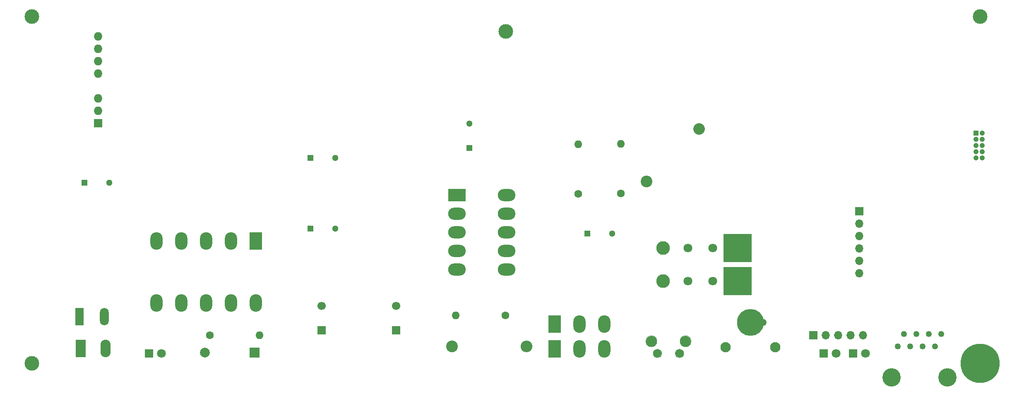
<source format=gbr>
G04 #@! TF.FileFunction,Soldermask,Bot*
%FSLAX46Y46*%
G04 Gerber Fmt 4.6, Leading zero omitted, Abs format (unit mm)*
G04 Created by KiCad (PCBNEW 4.0.2-stable) date 5/1/2017 12:34:54 AM*
%MOMM*%
G01*
G04 APERTURE LIST*
%ADD10C,0.100000*%
%ADD11C,1.998980*%
%ADD12R,1.998980X1.998980*%
%ADD13R,1.300000X1.300000*%
%ADD14C,1.300000*%
%ADD15C,1.700000*%
%ADD16R,1.700000X1.700000*%
%ADD17R,1.727200X1.727200*%
%ADD18O,1.727200X1.727200*%
%ADD19O,3.600000X2.500000*%
%ADD20R,3.600000X2.500000*%
%ADD21O,2.500000X3.600000*%
%ADD22R,2.500000X3.600000*%
%ADD23C,1.600000*%
%ADD24O,1.600000X1.600000*%
%ADD25C,2.400000*%
%ADD26O,2.400000X2.400000*%
%ADD27C,2.400000*%
%ADD28C,3.750000*%
%ADD29C,1.250000*%
%ADD30R,2.100000X3.600000*%
%ADD31O,2.100000X3.600000*%
%ADD32O,1.700000X1.700000*%
%ADD33R,1.050000X1.050000*%
%ADD34C,1.050000*%
%ADD35C,3.000000*%
%ADD36C,8.000000*%
%ADD37R,1.800000X1.800000*%
%ADD38C,1.800000*%
%ADD39R,1.800000X3.600000*%
%ADD40O,1.800000X3.600000*%
%ADD41C,2.200000*%
%ADD42C,2.800000*%
%ADD43R,5.800000X5.800000*%
%ADD44C,5.500000*%
%ADD45C,1.500000*%
%ADD46C,2.100000*%
G04 APERTURE END LIST*
D10*
X248893000Y-224500000D02*
G75*
G03X248893000Y-224500000I-1143000J0D01*
G01*
X254389000Y-227000000D02*
G75*
G03X254389000Y-227000000I-889000J0D01*
G01*
X249889000Y-227000000D02*
G75*
G03X249889000Y-227000000I-889000J0D01*
G01*
X255893000Y-224500000D02*
G75*
G03X255893000Y-224500000I-1143000J0D01*
G01*
D11*
X156464000Y-226824540D03*
D12*
X166624000Y-226824540D03*
D13*
X131826000Y-192024000D03*
D14*
X136826000Y-192024000D03*
D13*
X234696000Y-202438000D03*
D14*
X239696000Y-202438000D03*
D13*
X210566000Y-184912000D03*
D14*
X210566000Y-179912000D03*
D15*
X180340000Y-217250000D03*
D16*
X180340000Y-222250000D03*
D15*
X195580000Y-217250000D03*
D16*
X195580000Y-222250000D03*
D13*
X178054000Y-201422000D03*
D14*
X183054000Y-201422000D03*
D17*
X134620000Y-179832000D03*
D18*
X134620000Y-177292000D03*
X134620000Y-174752000D03*
X134620000Y-169672000D03*
X134620000Y-167132000D03*
X134620000Y-164592000D03*
X134620000Y-162052000D03*
D19*
X208026000Y-209804000D03*
X208026000Y-205994000D03*
X218186000Y-209804000D03*
X218186000Y-205994000D03*
X208026000Y-202184000D03*
X208026000Y-198374000D03*
D20*
X208026000Y-194564000D03*
D19*
X218186000Y-194564000D03*
X218186000Y-198374000D03*
X218186000Y-202184000D03*
D21*
X146558000Y-203962000D03*
X151638000Y-203962000D03*
X146558000Y-216662000D03*
X151638000Y-216662000D03*
X156718000Y-203962000D03*
X161798000Y-203962000D03*
D22*
X166878000Y-203962000D03*
D21*
X166878000Y-216662000D03*
X161798000Y-216662000D03*
X156718000Y-216662000D03*
D23*
X217932000Y-219202000D03*
D24*
X207772000Y-219202000D03*
D25*
X207010000Y-225552000D03*
D26*
X222250000Y-225552000D03*
D23*
X157480000Y-223266000D03*
D24*
X167640000Y-223266000D03*
D25*
X246761000Y-191770000D03*
D27*
X257537307Y-180993693D02*
X257537307Y-180993693D01*
D23*
X232791000Y-194310000D03*
D24*
X232791000Y-184150000D03*
D23*
X241554000Y-194183000D03*
D24*
X241554000Y-184023000D03*
D28*
X308356000Y-231902000D03*
D29*
X299466000Y-223012000D03*
D28*
X296924000Y-231902000D03*
D29*
X302006000Y-223012000D03*
X304546000Y-223012000D03*
X307086000Y-223012000D03*
X298196000Y-225552000D03*
X300736000Y-225552000D03*
X303276000Y-225552000D03*
X305816000Y-225552000D03*
D30*
X131000000Y-226000000D03*
D31*
X136080000Y-226000000D03*
D21*
X238160000Y-226080000D03*
X233080000Y-226080000D03*
D22*
X228000000Y-226080000D03*
X228000000Y-221000000D03*
D21*
X233080000Y-221000000D03*
X238160000Y-221000000D03*
D16*
X280924000Y-223266000D03*
D32*
X283464000Y-223266000D03*
X286004000Y-223266000D03*
X288544000Y-223266000D03*
X291084000Y-223266000D03*
D16*
X290322000Y-197866000D03*
D32*
X290322000Y-200406000D03*
X290322000Y-202946000D03*
X290322000Y-205486000D03*
X290322000Y-208026000D03*
X290322000Y-210566000D03*
D33*
X314198000Y-181864000D03*
D34*
X314198000Y-183134000D03*
X314198000Y-184404000D03*
X314198000Y-185674000D03*
X314198000Y-186944000D03*
X315468000Y-183134000D03*
X315468000Y-184404000D03*
X315468000Y-185674000D03*
X315468000Y-186944000D03*
X315468000Y-181864000D03*
D35*
X121000000Y-229000000D03*
X121000000Y-158000000D03*
X315000000Y-158000000D03*
D36*
X315000000Y-229000000D03*
D37*
X289000000Y-227000000D03*
D38*
X291540000Y-227000000D03*
D37*
X283000000Y-227000000D03*
D38*
X285540000Y-227000000D03*
D37*
X145000000Y-227000000D03*
D38*
X147540000Y-227000000D03*
D13*
X178054000Y-186944000D03*
D14*
X183054000Y-186944000D03*
D39*
X130810000Y-219456000D03*
D40*
X135890000Y-219456000D03*
D41*
X247750000Y-224500000D03*
X254750000Y-224500000D03*
D15*
X249000000Y-227000000D03*
X253500000Y-227000000D03*
D35*
X218000000Y-161000000D03*
D38*
X260286500Y-212153500D03*
X255206500Y-212153500D03*
D42*
X250126500Y-212153500D03*
D43*
X265366500Y-212153500D03*
D38*
X260286500Y-205359000D03*
X255206500Y-205359000D03*
D42*
X250126500Y-205359000D03*
D43*
X265366500Y-205359000D03*
D44*
X268000000Y-220620000D03*
D45*
X270540000Y-220620000D03*
D46*
X273080000Y-225700000D03*
X262920000Y-225700000D03*
M02*

</source>
